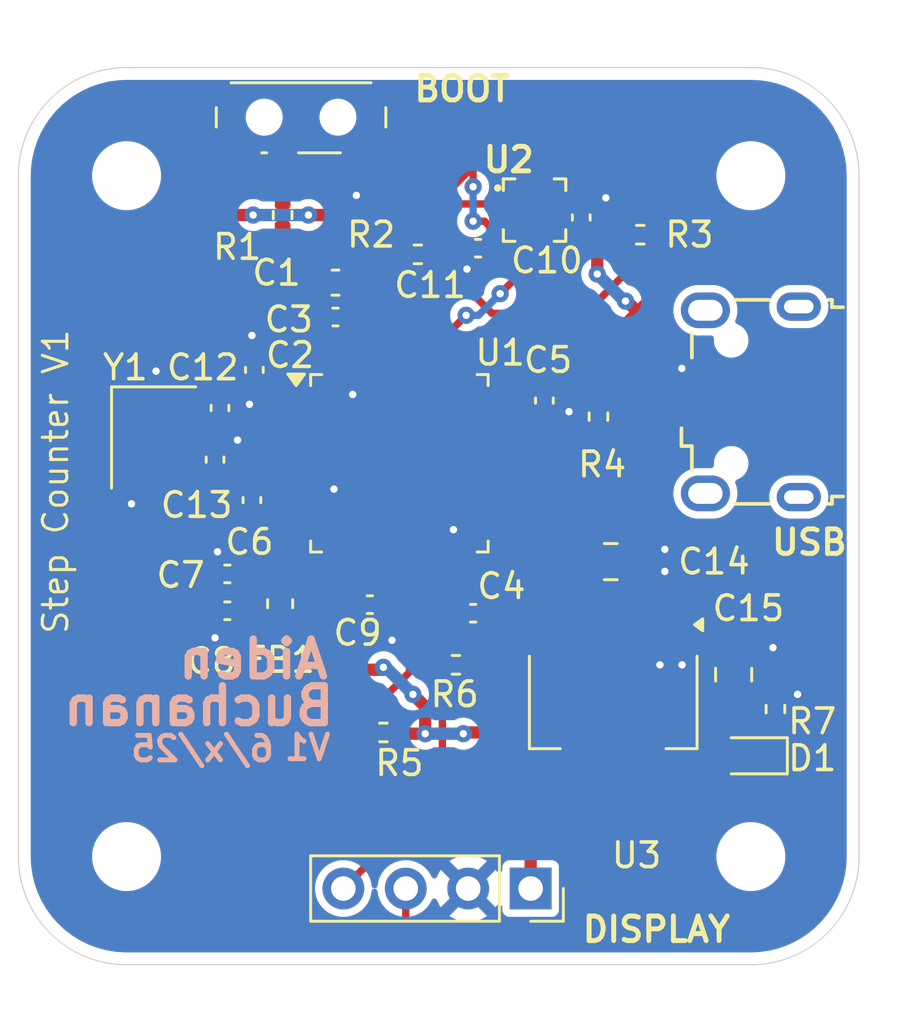
<source format=kicad_pcb>
(kicad_pcb (version 20241229) (generator "pcbnew") (generator_version "9.0")
  (layers (0 "F.Cu" signal) (2 "B.Cu" power) (13 "F.Paste" user) (15 "B.Paste" user) (5 "F.SilkS" user "F.Silkscreen") (7 "B.SilkS" user "B.Silkscreen") (1 "F.Mask" user) (3 "B.Mask" user) (25 "Edge.Cuts" user))
  (net 0 "")
  (net 1 "+3.3V")
  (net 2 "+3.3VA")
  (net 3 "GND")
  (net 4 "/NRST")
  (net 5 "/HSE_IN")
  (net 6 "/HSE_OUT")
  (net 7 "VBUS")
  (net 8 "Net-(D1-K)")
  (net 13 "/USB_D-")
  (net 14 "/USB_D+")
  (net 17 "Net-(U1-PB3)")
  (net 18 "/ SCL2")
  (net 19 "/ SDA2")
  (net 20 "/sw_boot0")
  (net 21 "/BOOT0")
  (net 22 "/ SDA1")
  (net 23 "/ SCL1")
  (footprint "BMA400:XDCR_BMA400" (layer "F.Cu") (at 65.7 53.9)
    (property "Reference" "U2" (at -1.05 -2.05 0) (layer "F.SilkS") (effects (font (thickness 0.2) (bold yes))))
    (property "Value" "BMA400")
    (pad "1" smd rect (at -0.775 -0.75) (size 0.35 0.3) (layers "F.Cu"))
    (pad "2" smd rect (at -0.775 -0.25) (size 0.35 0.3) (layers "F.Cu") (net 22 "/ SDA1"))
    (pad "3" smd rect (at -0.775 0.25) (size 0.35 0.3) (layers "F.Cu") (net 1 "+3.3V"))
    (pad "4" smd rect (at -0.775 0.75) (size 0.35 0.3) (layers "F.Cu"))
    (pad "5" smd rect (at -0.25 0.775) (size 0.3 0.35) (layers "F.Cu") (net 17 "Net-(U1-PB3)"))
    (pad "6" smd rect (at 0.25 0.775) (size 0.3 0.35) (layers "F.Cu"))
    (pad "7" smd rect (at 0.775 0.75) (size 0.35 0.3) (layers "F.Cu") (net 1 "+3.3V"))
    (pad "8" smd rect (at 0.775 0.25) (size 0.35 0.3) (layers "F.Cu") (net 3 "GND"))
    (pad "9" smd rect (at 0.775 -0.25) (size 0.35 0.3) (layers "F.Cu") (net 3 "GND"))
    (pad "10" smd rect (at 0.775 -0.75) (size 0.35 0.3) (layers "F.Cu"))
    (pad "11" smd rect (at 0.25 -0.775) (size 0.3 0.35) (layers "F.Cu"))
    (pad "12" smd rect (at -0.25 -0.775) (size 0.3 0.35) (layers "F.Cu") (net 23 "/ SCL1"))
    (zone (net 0) (net_name "") (layer "F.Cu") (connect_pads (clearance 0)) (min_thickness 0.01)
      (keepout (tracks not_allowed) (vias not_allowed) (pads not_allowed) (copperpour not_allowed) (footprints allowed))
      (fill (thermal_gap 0.508) (thermal_bridge_width 0.508))
      (polygon (pts (xy 66.175 53.425) (xy 66.175 54.375) (xy 65.225 54.375) (xy 65.225 53.425)))
    )
  )
  (footprint "Resistor_SMD:R_0402_1005Metric" (layer "F.Cu") (at 59.55 75.15 180)
    (property "Reference" "R5" (at -0.65 -1.25 0) (layer "F.SilkS"))
    (property "Value" "2k2")
    (pad "1" smd roundrect (at -0.51 0 180) (size 0.54 0.64) (layers "F.Cu" "F.Mask" "F.Paste") (net 1 "+3.3V"))
    (pad "2" smd roundrect (at 0.51 0 180) (size 0.54 0.64) (layers "F.Cu" "F.Mask" "F.Paste") (net 18 "/ SCL2"))
  )
  (footprint "Resistor_SMD:R_0402_1005Metric" (layer "F.Cu") (at 68.3 62.3 -90)
    (property "Reference" "R4" (at 1.95 -0.15 180) (layer "F.SilkS"))
    (property "Value" "2k2")
    (pad "1" smd roundrect (at -0.51 0 270) (size 0.54 0.64) (layers "F.Cu" "F.Mask" "F.Paste") (net 1 "+3.3V"))
    (pad "2" smd roundrect (at 0.51 0 270) (size 0.54 0.64) (layers "F.Cu" "F.Mask" "F.Paste") (net 14 "/USB_D+"))
  )
  (footprint "Capacitor_SMD:C_0402_1005Metric" (layer "F.Cu") (at 53.2 68.7 180)
    (property "Reference" "C7" (at 1.9 -0.05 180) (layer "F.SilkS"))
    (property "Value" "1u")
    (pad "1" smd roundrect (at -0.48 0 180) (size 0.56 0.62) (layers "F.Cu" "F.Mask" "F.Paste") (net 2 "+3.3VA"))
    (pad "2" smd roundrect (at 0.48 0 180) (size 0.56 0.62) (layers "F.Cu" "F.Mask" "F.Paste") (net 3 "GND"))
  )
  (footprint "Capacitor_SMD:C_0402_1005Metric" (layer "F.Cu") (at 54.3 60.4 90)
    (property "Reference" "C2" (at 0.6 1.45 180) (layer "F.SilkS"))
    (property "Value" "100n")
    (pad "1" smd roundrect (at -0.48 0 90) (size 0.56 0.62) (layers "F.Cu" "F.Mask" "F.Paste") (net 1 "+3.3V"))
    (pad "2" smd roundrect (at 0.48 0 90) (size 0.56 0.62) (layers "F.Cu" "F.Mask" "F.Paste") (net 3 "GND"))
  )
  (footprint "Capacitor_SMD:C_0603_1608Metric" (layer "F.Cu") (at 57.6 56.85)
    (property "Reference" "C1" (at -2.4 -0.4 0) (layer "F.SilkS"))
    (property "Value" "10u")
    (pad "1" smd roundrect (at -0.775 0) (size 0.9 0.95) (layers "F.Cu" "F.Mask" "F.Paste") (net 1 "+3.3V"))
    (pad "2" smd roundrect (at 0.775 0) (size 0.9 0.95) (layers "F.Cu" "F.Mask" "F.Paste") (net 3 "GND"))
  )
  (footprint "Capacitor_SMD:C_0402_1005Metric" (layer "F.Cu") (at 66.1 61.65 -90)
    (property "Reference" "C5" (at -1.65 -0.15 180) (layer "F.SilkS"))
    (property "Value" "100n")
    (pad "1" smd roundrect (at -0.48 0 270) (size 0.56 0.62) (layers "F.Cu" "F.Mask" "F.Paste") (net 1 "+3.3V"))
    (pad "2" smd roundrect (at 0.48 0 270) (size 0.56 0.62) (layers "F.Cu" "F.Mask" "F.Paste") (net 3 "GND"))
  )
  (footprint "Button_Switch_SMD:SW_SPDT_PCM12" (layer "F.Cu") (at 56.2 50.45 180)
    (property "Reference" "SW1" (hide yes))
    (property "Value" "SW_SPDT")
    (pad "" smd rect (at -3.65 -0.78 180) (size 1 0.8) (layers "F.Cu" "F.Mask" "F.Paste"))
    (pad "" smd rect (at -3.65 1.43 180) (size 1 0.8) (layers "F.Cu" "F.Mask" "F.Paste"))
    (pad "" np_thru_hole circle (at -1.5 0.33 180) (size 0.9 0.9) (drill 0.9) (layers "*.Cu" "*.Mask"))
    (pad "" np_thru_hole circle (at 1.5 0.33 180) (size 0.9 0.9) (drill 0.9) (layers "*.Cu" "*.Mask"))
    (pad "" smd rect (at 3.65 -0.78 180) (size 1 0.8) (layers "F.Cu" "F.Mask" "F.Paste"))
    (pad "" smd rect (at 3.65 1.43 180) (size 1 0.8) (layers "F.Cu" "F.Mask" "F.Paste"))
    (pad "1" smd rect (at -2.25 -1.43 180) (size 0.7 1.5) (layers "F.Cu" "F.Mask" "F.Paste") (net 3 "GND"))
    (pad "2" smd rect (at 0.75 -1.43 180) (size 0.7 1.5) (layers "F.Cu" "F.Mask" "F.Paste") (net 20 "/sw_boot0"))
    (pad "3" smd rect (at 2.25 -1.43 180) (size 0.7 1.5) (layers "F.Cu" "F.Mask" "F.Paste") (net 1 "+3.3V"))
  )
  (footprint "MountingHole:MountingHole_2.2mm_M2" (layer "F.Cu") (at 49.1 52.5)
    (property "Reference" "H1")
    (property "Value" "MountingHole")
    (pad "" np_thru_hole circle (at 0 0) (size 2.2 2.2) (drill 2.2) (layers "*.Cu" "*.Mask"))
  )
  (footprint "Capacitor_SMD:C_0402_1005Metric" (layer "F.Cu") (at 63.2 70.3 180)
    (property "Reference" "C4" (at -1.15 1.1 0) (layer "F.SilkS"))
    (property "Value" "100n")
    (pad "1" smd roundrect (at -0.48 0 180) (size 0.56 0.62) (layers "F.Cu" "F.Mask" "F.Paste") (net 1 "+3.3V"))
    (pad "2" smd roundrect (at 0.48 0 180) (size 0.56 0.62) (layers "F.Cu" "F.Mask" "F.Paste") (net 3 "GND"))
  )
  (footprint "Inductor_SMD:L_0603_1608Metric" (layer "F.Cu") (at 55.35 69.9125 90)
    (property "Reference" "FB1" (at -2.2875 0 180) (layer "F.SilkS"))
    (property "Value" "FerriteBead")
    (pad "1" smd roundrect (at -0.7875 0 90) (size 0.875 0.95) (layers "F.Cu" "F.Mask" "F.Paste") (net 1 "+3.3V"))
    (pad "2" smd roundrect (at 0.7875 0 90) (size 0.875 0.95) (layers "F.Cu" "F.Mask" "F.Paste") (net 2 "+3.3VA"))
  )
  (footprint "Capacitor_SMD:C_0402_1005Metric" (layer "F.Cu") (at 59 69.95)
    (property "Reference" "C9" (at -0.5 1.15 180) (layer "F.SilkS"))
    (property "Value" "100n")
    (pad "1" smd roundrect (at -0.48 0) (size 0.56 0.62) (layers "F.Cu" "F.Mask" "F.Paste") (net 4 "/NRST"))
    (pad "2" smd roundrect (at 0.48 0) (size 0.56 0.62) (layers "F.Cu" "F.Mask" "F.Paste") (net 3 "GND"))
  )
  (footprint "MountingHole:MountingHole_2.2mm_M2" (layer "F.Cu") (at 74.5 80.2)
    (property "Reference" "H4")
    (property "Value" "MountingHole")
    (pad "" np_thru_hole circle (at 0 0) (size 2.2 2.2) (drill 2.2) (layers "*.Cu" "*.Mask"))
  )
  (footprint "MountingHole:MountingHole_2.2mm_M2" (layer "F.Cu") (at 49.1 80.2)
    (property "Reference" "H3")
    (property "Value" "MountingHole")
    (pad "" np_thru_hole circle (at 0 0) (size 2.2 2.2) (drill 2.2) (layers "*.Cu" "*.Mask"))
  )
  (footprint "Capacitor_SMD:C_0805_2012Metric" (layer "F.Cu") (at 68.8 68.2)
    (property "Reference" "C14" (at 4.2 0 0) (layer "F.SilkS"))
    (property "Value" "22u")
    (pad "1" smd roundrect (at -0.95 0) (size 1 1.45) (layers "F.Cu" "F.Mask" "F.Paste") (net 7 "VBUS"))
    (pad "2" smd roundrect (at 0.95 0) (size 1 1.45) (layers "F.Cu" "F.Mask" "F.Paste") (net 3 "GND"))
  )
  (footprint "Package_TO_SOT_SMD:SOT-223-3_TabPin2" (layer "F.Cu") (at 68.9 73.9 -90)
    (property "Reference" "U3" (at 6.25 -0.95 180) (layer "F.SilkS"))
    (property "Value" "AMS1117-3.3")
    (pad "1" smd roundrect (at -3.15 -2.3 270) (size 2 1.5) (layers "F.Cu" "F.Mask" "F.Paste") (net 3 "GND"))
    (pad "2" smd roundrect (at -3.15 0 270) (size 2 1.5) (layers "F.Cu" "F.Mask" "F.Paste") (net 1 "+3.3V"))
    (pad "2" smd roundrect (at 3.15 0 270) (size 2 3.8) (layers "F.Cu" "F.Mask" "F.Paste") (net 1 "+3.3V"))
    (pad "3" smd roundrect (at -3.15 2.3 270) (size 2 1.5) (layers "F.Cu" "F.Mask" "F.Paste") (net 7 "VBUS"))
  )
  (footprint "Crystal:Crystal_SMD_3225-4Pin_3.2x2.5mm" (layer "F.Cu") (at 50.2 63.15 -90)
    (property "Reference" "Y1" (at -2.85 1.15 180) (layer "F.SilkS"))
    (property "Value" "16Mhz")
    (pad "1" smd roundrect (at -1.1 0.85 270) (size 1.4 1.2) (layers "F.Cu" "F.Mask" "F.Paste") (roundrect_rratio 0.208333) (net 5 "/HSE_IN"))
    (pad "2" smd roundrect (at 1.1 0.85 270) (size 1.4 1.2) (layers "F.Cu" "F.Mask" "F.Paste") (roundrect_rratio 0.208333) (net 3 "GND"))
    (pad "3" smd roundrect (at 1.1 -0.85 270) (size 1.4 1.2) (layers "F.Cu" "F.Mask" "F.Paste") (roundrect_rratio 0.208333) (net 6 "/HSE_OUT"))
    (pad "4" smd roundrect (at -1.1 -0.85 270) (size 1.4 1.2) (layers "F.Cu" "F.Mask" "F.Paste") (roundrect_rratio 0.208333) (net 3 "GND"))
  )
  (footprint "Capacitor_SMD:C_0805_2012Metric" (layer "F.Cu") (at 73.8 72.8 90)
    (property "Reference" "C15" (at 2.7 0.6 180) (layer "F.SilkS"))
    (property "Value" "22u")
    (pad "1" smd roundrect (at -0.95 0 90) (size 1 1.45) (layers "F.Cu" "F.Mask" "F.Paste") (net 1 "+3.3V"))
    (pad "2" smd roundrect (at 0.95 0 90) (size 1 1.45) (layers "F.Cu" "F.Mask" "F.Paste") (net 3 "GND"))
  )
  (footprint "MountingHole:MountingHole_2.2mm_M2" (layer "F.Cu") (at 74.5 52.5)
    (property "Reference" "H2")
    (property "Value" "MountingHole")
    (pad "" np_thru_hole circle (at 0 0) (size 2.2 2.2) (drill 2.2) (layers "*.Cu" "*.Mask"))
  )
  (footprint "Capacitor_SMD:C_0402_1005Metric" (layer "F.Cu") (at 63.4 55.45 180)
    (property "Reference" "C11" (at 1.95 -1.5 180) (layer "F.SilkS"))
    (property "Value" "100n")
    (pad "1" smd roundrect (at -0.48 0 180) (size 0.56 0.62) (layers "F.Cu" "F.Mask" "F.Paste") (net 1 "+3.3V"))
    (pad "2" smd roundrect (at 0.48 0 180) (size 0.56 0.62) (layers "F.Cu" "F.Mask" "F.Paste") (net 3 "GND"))
  )
  (footprint "Capacitor_SMD:C_0402_1005Metric" (layer "F.Cu") (at 53.2 70.2 180)
    (property "Reference" "C8" (at 0.65 -2.05 0) (layer "F.SilkS"))
    (property "Value" "10n")
    (pad "1" smd roundrect (at -0.48 0 180) (size 0.56 0.62) (layers "F.Cu" "F.Mask" "F.Paste") (net 1 "+3.3V"))
    (pad "2" smd roundrect (at 0.48 0 180) (size 0.56 0.62) (layers "F.Cu" "F.Mask" "F.Paste") (net 3 "GND"))
  )
  (footprint "Capacitor_SMD:C_0402_1005Metric" (layer "F.Cu") (at 67.6 54.2 90)
    (property "Reference" "C10" (at -1.75 -1.4 0) (layer "F.SilkS"))
    (property "Value" "100n")
    (pad "1" smd roundrect (at -0.48 0 90) (size 0.56 0.62) (layers "F.Cu" "F.Mask" "F.Paste") (net 1 "+3.3V"))
    (pad "2" smd roundrect (at 0.48 0 90) (size 0.56 0.62) (layers "F.Cu" "F.Mask" "F.Paste") (net 3 "GND"))
  )
  (footprint "Connector_USB:USB_Micro-B_Wuerth_629105150521" (layer "F.Cu") (at 74.5 61.7 90)
    (property "Reference" "J1")
    (property "Value" "USB_B_Micro")
    (pad "" np_thru_hole oval (at -2.5 -0.8 90) (size 0.8 0.8) (drill 0.8) (layers "*.Cu" "*.Mask"))
    (pad "" np_thru_hole oval (at 2.5 -0.8 90) (size 0.8 0.8) (drill 0.8) (layers "*.Cu" "*.Mask"))
    (pad "1" smd rect (at -1.3 -1.9 90) (size 0.45 1.3) (layers "F.Cu" "F.Mask" "F.Paste") (net 7 "VBUS"))
    (pad "2" smd rect (at -0.65 -1.9 90) (size 0.45 1.3) (layers "F.Cu" "F.Mask" "F.Paste") (net 13 "/USB_D-"))
    (pad "3" smd rect (at 0 -1.9 90) (size 0.45 1.3) (layers "F.Cu" "F.Mask" "F.Paste") (net 14 "/USB_D+"))
    (pad "4" smd rect (at 0.65 -1.9 90) (size 0.45 1.3) (layers "F.Cu" "F.Mask" "F.Paste"))
    (pad "5" smd rect (at 1.3 -1.9 90) (size 0.45 1.3) (layers "F.Cu" "F.Mask" "F.Paste") (net 3 "GND"))
    (pad "6" thru_hole oval (at -3.875 1.95 90) (size 1.15 1.8) (drill oval 0.55 1.2) (property pad_prop_heatsink) (layers "*.Cu" "*.Mask"))
    (pad "6" thru_hole oval (at -3.725 -1.85 90) (size 1.45 2) (drill oval 0.85 1.4) (property pad_prop_heatsink) (layers "*.Cu" "*.Mask"))
    (pad "6" thru_hole oval (at 3.725 -1.85 90) (size 1.45 2) (drill oval 0.85 1.4) (property pad_prop_heatsink) (layers "*.Cu" "*.Mask"))
    (pad "6" thru_hole oval (at 3.875 1.95 90) (size 1.15 1.8) (drill oval 0.55 1.2) (property pad_prop_heatsink) (layers "*.Cu" "*.Mask"))
  )
  (footprint "Resistor_SMD:R_0402_1005Metric" (layer "F.Cu") (at 70 54.9 180)
    (property "Reference" "R3" (at -2 0 0) (layer "F.SilkS"))
    (property "Value" "2k2")
    (pad "1" smd roundrect (at -0.51 0 180) (size 0.54 0.64) (layers "F.Cu" "F.Mask" "F.Paste") (net 1 "+3.3V"))
    (pad "2" smd roundrect (at 0.51 0 180) (size 0.54 0.64) (layers "F.Cu" "F.Mask" "F.Paste") (net 23 "/ SCL1"))
  )
  (footprint "Resistor_SMD:R_0402_1005Metric" (layer "F.Cu") (at 60.95 55.7)
    (property "Reference" "R2" (at -1.9 -0.8 0) (layer "F.SilkS"))
    (property "Value" "2k2")
    (pad "1" smd roundrect (at -0.51 0) (size 0.54 0.64) (layers "F.Cu" "F.Mask" "F.Paste") (net 1 "+3.3V"))
    (pad "2" smd roundrect (at 0.51 0) (size 0.54 0.64) (layers "F.Cu" "F.Mask" "F.Paste") (net 22 "/ SDA1"))
  )
  (footprint "Resistor_SMD:R_0402_1005Metric" (layer "F.Cu") (at 75.5 74.2 90)
    (property "Reference" "R7" (at -0.5 1.5 180) (layer "F.SilkS"))
    (property "Value" "2k2")
    (pad "1" smd roundrect (at -0.51 0 90) (size 0.54 0.64) (layers "F.Cu" "F.Mask" "F.Paste") (net 8 "Net-(D1-K)"))
    (pad "2" smd roundrect (at 0.51 0 90) (size 0.54 0.64) (layers "F.Cu" "F.Mask" "F.Paste") (net 3 "GND"))
  )
  (footprint "Capacitor_SMD:C_0402_1005Metric" (layer "F.Cu") (at 52.9 61.95 90)
    (property "Reference" "C12" (at 1.65 -0.7 180) (layer "F.SilkS"))
    (property "Value" "10p")
    (pad "1" smd roundrect (at -0.48 0 90) (size 0.56 0.62) (layers "F.Cu" "F.Mask" "F.Paste") (net 5 "/HSE_IN"))
    (pad "2" smd roundrect (at 0.48 0 90) (size 0.56 0.62) (layers "F.Cu" "F.Mask" "F.Paste") (net 3 "GND"))
  )
  (footprint "Connector_PinSocket_2.54mm:PinSocket_1x04_P2.54mm_Vertical" (layer "F.Cu") (at 65.54 81.5 -90)
    (property "Reference" "J3")
    (property "Value" "Display_Pin_IN")
    (pad "1" thru_hole rect (at 0 0 270) (size 1.7 1.7) (drill 1) (layers "*.Cu" "*.Mask") (net 1 "+3.3V"))
    (pad "2" thru_hole circle (at 0 2.54 270) (size 1.7 1.7) (drill 1) (layers "*.Cu" "*.Mask") (net 3 "GND"))
    (pad "3" thru_hole circle (at 0 5.08 270) (size 1.7 1.7) (drill 1) (layers "*.Cu" "*.Mask") (net 18 "/ SCL2"))
    (pad "4" thru_hole circle (at 0 7.62 270) (size 1.7 1.7) (drill 1) (layers "*.Cu" "*.Mask") (net 19 "/ SDA2"))
  )
  (footprint "Capacitor_SMD:C_0402_1005Metric" (layer "F.Cu") (at 57.6 58.25)
    (property "Reference" "C3" (at -1.9 0.1 0) (layer "F.SilkS"))
    (property "Value" "100n")
    (pad "1" smd roundrect (at -0.48 0) (size 0.56 0.62) (layers "F.Cu" "F.Mask" "F.Paste") (net 1 "+3.3V"))
    (pad "2" smd roundrect (at 0.48 0) (size 0.56 0.62) (layers "F.Cu" "F.Mask" "F.Paste") (net 3 "GND"))
  )
  (footprint "Resistor_SMD:R_0402_1005Metric" (layer "F.Cu") (at 55.45 54.1 -90)
    (property "Reference" "R1" (at 1.3 1.85 180) (layer "F.SilkS"))
    (property "Value" "10k")
    (pad "1" smd roundrect (at -0.51 0 270) (size 0.54 0.64) (layers "F.Cu" "F.Mask" "F.Paste") (net 20 "/sw_boot0"))
    (pad "2" smd roundrect (at 0.51 0 270) (size 0.54 0.64) (layers "F.Cu" "F.Mask" "F.Paste") (net 21 "/BOOT0"))
  )
  (footprint "LED_SMD:LED_0603_1608Metric" (layer "F.Cu") (at 74.5 76.1 180)
    (property "Reference" "D1" (at -2.5 -0.1 180) (layer "F.SilkS"))
    (property "Value" "LED")
    (pad "1" smd roundrect (at -0.7875 0 180) (size 0.875 0.95) (layers "F.Cu" "F.Mask" "F.Paste") (net 8 "Net-(D1-K)"))
    (pad "2" smd roundrect (at 0.7875 0 180) (size 0.875 0.95) (layers "F.Cu" "F.Mask" "F.Paste") (net 1 "+3.3V"))
  )
  (footprint "Capacitor_SMD:C_0402_1005Metric" (layer "F.Cu") (at 52.7 64.05 90)
    (property "Reference" "C13" (at -1.85 -0.75 180) (layer "F.SilkS"))
    (property "Value" "10p")
    (pad "1" smd roundrect (at -0.48 0 90) (size 0.56 0.62) (layers "F.Cu" "F.Mask" "F.Paste") (net 6 "/HSE_OUT"))
    (pad "2" smd roundrect (at 0.48 0 90) (size 0.56 0.62) (layers "F.Cu" "F.Mask" "F.Paste") (net 3 "GND"))
  )
  (footprint "Resistor_SMD:R_0402_1005Metric" (layer "F.Cu") (at 62.5 72.4 180)
    (property "Reference" "R6" (at 0.05 -1.2 180) (layer "F.SilkS"))
    (property "Value" "2k2")
    (pad "1" smd roundrect (at -0.51 0 180) (size 0.54 0.64) (layers "F.Cu" "F.Mask" "F.Paste") (net 1 "+3.3V"))
    (pad "2" smd roundrect (at 0.51 0 180) (size 0.54 0.64) (layers "F.Cu" "F.Mask" "F.Paste") (net 19 "/ SDA2"))
  )
  (footprint "Package_QFP:LQFP-48_7x7mm_P0.5mm" (layer "F.Cu") (at 60.2 64.2)
    (property "Reference" "U1" (at 4.1 -4.5 0) (layer "F.SilkS"))
    (property "Value" "STM32F103C8Tx")
    (pad "1" smd roundrect (at -4.1625 -2.75) (size 1.475 0.3) (layers "F.Cu" "F.Mask" "F.Paste") (net 1 "+3.3V"))
    (pad "2" smd roundrect (at -4.1625 -2.25) (size 1.475 0.3) (layers "F.Cu" "F.Mask" "F.Paste"))
    (pad "3" smd roundrect (at -4.1625 -1.75) (size 1.475 0.3) (layers "F.Cu" "F.Mask" "F.Paste"))
    (pad "4" smd roundrect (at -4.1625 -1.25) (size 1.475 0.3) (layers "F.Cu" "F.Mask" "F.Paste"))
    (pad "5" smd roundrect (at -4.1625 -0.75) (size 1.475 0.3) (layers "F.Cu" "F.Mask" "F.Paste") (net 5 "/HSE_IN"))
    (pad "6" smd roundrect (at -4.1625 -0.25) (size 1.475 0.3) (layers "F.Cu" "F.Mask" "F.Paste") (net 6 "/HSE_OUT"))
    (pad "7" smd roundrect (at -4.1625 0.25) (size 1.475 0.3) (layers "F.Cu" "F.Mask" "F.Paste") (net 4 "/NRST"))
    (pad "8" smd roundrect (at -4.1625 0.75) (size 1.475 0.3) (layers "F.Cu" "F.Mask" "F.Paste") (net 3 "GND"))
    (pad "9" smd roundrect (at -4.1625 1.25) (size 1.475 0.3) (layers "F.Cu" "F.Mask" "F.Paste") (net 2 "+3.3VA"))
    (pad "10" smd roundrect (at -4.1625 1.75) (size 1.475 0.3) (layers "F.Cu" "F.Mask" "F.Paste"))
    (pad "11" smd roundrect (at -4.1625 2.25) (size 1.475 0.3) (layers "F.Cu" "F.Mask" "F.Paste"))
    (pad "12" smd roundrect (at -4.1625 2.75) (size 1.475 0.3) (layers "F.Cu" "F.Mask" "F.Paste"))
    (pad "13" smd roundrect (at -2.75 4.1625) (size 0.3 1.475) (layers "F.Cu" "F.Mask" "F.Paste"))
    (pad "14" smd roundrect (at -2.25 4.1625) (size 0.3 1.475) (layers "F.Cu" "F.Mask" "F.Paste"))
    (pad "15" smd roundrect (at -1.75 4.1625) (size 0.3 1.475) (layers "F.Cu" "F.Mask" "F.Paste"))
    (pad "16" smd roundrect (at -1.25 4.1625) (size 0.3 1.475) (layers "F.Cu" "F.Mask" "F.Paste"))
    (pad "17" smd roundrect (at -0.75 4.1625) (size 0.3 1.475) (layers "F.Cu" "F.Mask" "F.Paste"))
    (pad "18" smd roundrect (at -0.25 4.1625) (size 0.3 1.475) (layers "F.Cu" "F.Mask" "F.Paste"))
    (pad "19" smd roundrect (at 0.25 4.1625) (size 0.3 1.475) (layers "F.Cu" "F.Mask" "F.Paste"))
    (pad "20" smd roundrect (at 0.75 4.1625) (size 0.3 1.475) (layers "F.Cu" "F.Mask" "F.Paste"))
    (pad "21" smd roundrect (at 1.25 4.1625) (size 0.3 1.475) (layers "F.Cu" "F.Mask" "F.Paste") (net 18 "/ SCL2"))
    (pad "22" smd roundrect (at 1.75 4.1625) (size 0.3 1.475) (layers "F.Cu" "F.Mask" "F.Paste") (net 19 "/ SDA2"))
    (pad "23" smd roundrect (at 2.25 4.1625) (size 0.3 1.475) (layers "F.Cu" "F.Mask" "F.Paste") (net 3 "GND"))
    (pad "24" smd roundrect (at 2.75 4.1625) (size 0.3 1.475) (layers "F.Cu" "F.Mask" "F.Paste") (net 1 "+3.3V"))
    (pad "25" smd roundrect (at 4.1625 2.75) (size 1.475 0.3) (layers "F.Cu" "F.Mask" "F.Paste"))
    (pad "26" smd roundrect (at 4.1625 2.25) (size 1.475 0.3) (layers "F.Cu" "F.Mask" "F.Paste"))
    (pad "27" smd roundrect (at 4.1625 1.75) (size 1.475 0.3) (layers "F.Cu" "F.Mask" "F.Paste"))
    (pad "28" smd roundrect (at 4.1625 1.25) (size 1.475 0.3) (layers "F.Cu" "F.Mask" "F.Paste"))
    (pad "29" smd roundrect (at 4.1625 0.75) (size 1.475 0.3) (layers "F.Cu" "F.Mask" "F.Paste"))
    (pad "30" smd roundrect (at 4.1625 0.25) (size 1.475 0.3) (layers "F.Cu" "F.Mask" "F.Paste"))
    (pad "31" smd roundrect (at 4.1625 -0.25) (size 1.475 0.3) (layers "F.Cu" "F.Mask" "F.Paste"))
    (pad "32" smd roundrect (at 4.1625 -0.75) (size 1.475 0.3) (layers "F.Cu" "F.Mask" "F.Paste") (net 13 "/USB_D-"))
    (pad "33" smd roundrect (at 4.1625 -1.25) (size 1.475 0.3) (layers "F.Cu" "F.Mask" "F.Paste") (net 14 "/USB_D+"))
    (pad "34" smd roundrect (at 4.1625 -1.75) (size 1.475 0.3) (layers "F.Cu" "F.Mask" "F.Paste"))
    (pad "35" smd roundrect (at 4.1625 -2.25) (size 1.475 0.3) (layers "F.Cu" "F.Mask" "F.Paste") (net 3 "GND"))
    (pad "36" smd roundrect (at 4.1625 -2.75) (size 1.475 0.3) (layers "F.Cu" "F.Mask" "F.Paste") (net 1 "+3.3V"))
    (pad "37" smd roundrect (at 2.75 -4.1625) (size 0.3 1.475) (layers "F.Cu" "F.Mask" "F.Paste"))
    (pad "38" smd roundrect (at 2.25 -4.1625) (size 0.3 1.475) (layers "F.Cu" "F.Mask" "F.Paste"))
    (pad "39" smd roundrect (at 1.75 -4.1625) (size 0.3 1.475) (layers "F.Cu" "F.Mask" "F.Paste") (net 17 "Net-(U1-PB3)"))
    (pad "40" smd roundrect (at 1.25 -4.1625) (size 0.3 1.475) (layers "F.Cu" "F.Mask" "F.Paste"))
    (pad "41" smd roundrect (at 0.75 -4.1625) (size 0.3 1.475) (layers "F.Cu" "F.Mask" "F.Paste"))
    (pad "42" smd roundrect (at 0.25 -4.1625) (size 0.3 1.475) (layers "F.Cu" "F.Mask" "F.Paste") (net 23 "/ SCL1"))
    (pad "43" smd roundrect (at -0.25 -4.1625) (size 0.3 1.475) (layers "F.Cu" "F.Mask" "F.Paste") (net 22 "/ SDA1"))
    (pad "44" smd roundrect (at -0.75 -4.1625) (size 0.3 1.475) (layers "F.Cu" "F.Mask" "F.Paste") (net 21 "/BOOT0"))
    (pad "45" smd roundrect (at -1.25 -4.1625) (size 0.3 1.475) (layers "F.Cu" "F.Mask" "F.Paste"))
    (pad "46" smd roundrect (at -1.75 -4.1625) (size 0.3 1.475) (layers "F.Cu" "F.Mask" "F.Paste"))
    (pad "47" smd roundrect (at -2.25 -4.1625) (size 0.3 1.475) (layers "F.Cu" "F.Mask" "F.Paste") (net 3 "GND"))
    (pad "48" smd roundrect (at -2.75 -4.1625) (size 0.3 1.475) (layers "F.Cu" "F.Mask" "F.Paste") (net 1 "+3.3V"))
  )
  (footprint "Capacitor_SMD:C_0402_1005Metric" (layer "F.Cu") (at 54.2 65.7 90)
    (property "Reference" "C6" (at -1.7 -0.1 180) (layer "F.SilkS"))
    (property "Value" "10n")
    (pad "1" smd roundrect (at -0.48 0 90) (size 0.56 0.62) (layers "F.Cu" "F.Mask" "F.Paste") (net 2 "+3.3VA"))
    (pad "2" smd roundrect (at 0.48 0 90) (size 0.56 0.62) (layers "F.Cu" "F.Mask" "F.Paste") (net 3 "GND"))
  )
  (gr_arc (start 74.5 48.1) (mid 77.61127 49.38873) (end 78.9 52.5) (stroke (width 0.05)) (layer "Edge.Cuts"))
  (gr_line (start 74.5 48.1) (end 49.2 48.1) (stroke (width 0.05)) (layer "Edge.Cuts"))
  (gr_line (start 78.9 65.7) (end 78.9 80.2) (stroke (width 0.05)) (layer "Edge.Cuts"))
  (gr_line (start 78.9 65.7) (end 78.9 52.5) (stroke (width 0.05)) (layer "Edge.Cuts"))
  (gr_line (start 49.2 48.1) (end 49.1 48.1) (stroke (width 0.05)) (layer "Edge.Cuts"))
  (gr_arc (start 49 84.6) (mid 45.95277 83.276515) (end 44.698864 80.2) (stroke (width 0.05)) (layer "Edge.Cuts"))
  (gr_arc (start 78.9 80.2) (mid 77.61127 83.31127) (end 74.5 84.6) (stroke (width 0.05)) (layer "Edge.Cuts"))
  (gr_line (start 44.7 80.2) (end 44.7 52.5) (stroke (width 0.05)) (layer "Edge.Cuts"))
  (gr_arc (start 44.7 52.5) (mid 45.98873 49.38873) (end 49.1 48.1) (stroke (width 0.05)) (layer "Edge.Cuts"))
  (gr_line (start 74.5 84.6) (end 49 84.6) (stroke (width 0.05)) (layer "Edge.Cuts"))
  (gr_text "USB" (at 75.25 68 0) (layer "F.SilkS") (effects (font (size 1 1) (thickness 0.2) (bold yes)) (justify left bottom)))
  (gr_text "Step Counter V1" (at 46.8 64.95 90) (layer "F.SilkS") (effects (font (size 1 1) (thickness 0.125) (bold yes)) (justify bottom)))
  (gr_text "DISPLAY" (at 67.55 83.75 0) (layer "F.SilkS") (effects (font (size 1 1) (thickness 0.2) (bold yes)) (justify left bottom)))
  (gr_text "BOOT" (at 60.7 49.55 0) (layer "F.SilkS") (effects (font (size 1 1) (thickness 0.2) (bold yes)) (justify left bottom)))
  (gr_text "Buchanan" (at 57.7 74.95 0) (layer "B.SilkS") (effects (font (size 1.5 1.5) (thickness 0.3) (bold yes)) (justify left bottom mirror)))
  (gr_text "Aiden" (at 57.45 73.05 0) (layer "B.SilkS") (effects (font (size 1.5 1.5) (thickness 0.3) (bold yes)) (justify left bottom mirror)))
  (gr_text "6/x/25" (at 55.2 76.4 0) (layer "B.SilkS") (effects (font (size 1 1) (thickness 0.2) (bold yes)) (justify left bottom mirror)))
  (gr_text "V1" (at 57.5 76.35 0) (layer "B.SilkS") (effects (font (size 1 1) (thickness 0.2) (bold yes)) (justify left bottom mirror)))
  (segment (start 55.15 61.45) (end 54.58 60.88) (width 0.3) (layer "F.Cu") (net 1))
  (segment (start 73.7125 76.1) (end 73.7125 76.2875) (width 0.5) (layer "F.Cu") (net 1))
  (segment (start 62.85 75.15) (end 62.8 75.2) (width 0.5) (layer "F.Cu") (net 1))
  (segment (start 60.75 73.6) (end 61.25 74.1) (width 0.5) (layer "F.Cu") (net 1))
  (segment (start 69.15 51.2) (end 63.99 51.2) (width 0.5) (layer "F.Cu") (net 1))
  (segment (start 54.3 60.88) (end 53.93 60.88) (width 0.3) (layer "F.Cu") (net 1))
  (segment (start 56.8 57.93) (end 57.12 58.25) (width 0.5) (layer "F.Cu") (net 1))
  (segment (start 63.88 54.57) (end 63.66 54.35) (width 0.3) (layer "F.Cu") (net 1))
  (segment (start 64 73.4) (end 64 75.15) (width 0.5) (layer "F.Cu") (net 1))
  (segment (start 68.25 55.33) (end 67.6 54.68) (width 0.5) (layer "F.Cu") (net 1))
  (segment (start 63.99 51.2) (end 63.07 52.12) (width 0.5) (layer "F.Cu") (net 1))
  (segment (start 63.68 70.03) (end 63.68 70.3) (width 0.3) (layer "F.Cu") (net 1))
  (segment (start 70.51 52.56) (end 69.15 51.2) (width 0.5) (layer "F.Cu") (net 1))
  (segment (start 52.65 54.1) (end 54.25 54.1) (width 0.5) (layer "F.Cu") (net 1))
  (segment (start 57.85 72.6) (end 57.35 72.1) (width 0.5) (layer "F.Cu") (net 1))
  (segment (start 57.1 58.95) (end 57.1 58.27) (width 0.3) (layer "F.Cu") (net 1))
  (segment (start 64 71.7) (end 64 73.4) (width 0.5) (layer "F.Cu") (net 1))
  (segment (start 68.91 61.79) (end 69.25 61.45) (width 0.5) (layer "F.Cu") (net 1))
  (segment (start 69.25 58.7) (end 69.9 58.05) (width 0.5) (layer "F.Cu") (net 1))
  (segment (start 68.25 56.5) (end 68.25 55.33) (width 0.5) (layer "F.Cu") (net 1))
  (segment (start 47.65 59.1) (end 47.65 71.6) (width 0.5) (layer "F.Cu") (net 1))
  (segment (start 63.2 52.25) (end 63.07 52.12) (width 0.3) (layer "F.Cu") (net 1))
  (segment (start 52.575 54.175) (end 52.65 54.1) (width 0.5) (layer "F.Cu") (net 1))
  (segment (start 65.54 79.11) (end 65.55 79.1) (width 0.5) (layer "F.Cu") (net 1))
  (segment (start 61.25 75.2) (end 60.11 75.2) (width 0.5) (layer "F.Cu") (net 1))
  (segment (start 56.5 54.1) (end 61.09 54.1) (width 0.5) (layer "F.Cu") (net 1))
  (segment (start 63.88 54.57) (end 63.88 55.3) (width 0.3) (layer "F.Cu") (net 1))
  (segment (start 65.68 61.17) (end 66.1 61.17) (width 0.3) (layer "F.Cu") (net 1))
  (segment (start 61.25 74.1) (end 61.25 75.2) (width 0.5) (layer "F.Cu") (net 1))
  (segment (start 47.65 71.6) (end 49.5 73.45) (width 0.5) (layer "F.Cu") (net 1))
  (segment (start 64 75.15) (end 64 78.8) (width 0.5) (layer "F.Cu") (net 1))
  (segment (start 69.25 58.7) (end 66.78 61.17) (width 0.5) (layer "F.Cu") (net 1))
  (segment (start 66.78 61.17) (end 66.1 61.17) (width 0.5) (layer "F.Cu") (net 1))
  (segment (start 52.575 54.175) (end 51.55 55.2) (width 0.5) (layer "F.Cu") (net 1))
  (segment (start 49.9 56.85) (end 47.65 59.1) (width 0.5) (layer "F.Cu") (net 1))
  (segment (start 68.3 61.79) (end 68.91 61.79) (width 0.5) (layer "F.Cu") (net 1))
  (segment (start 56.825 56.85) (end 56.8 56.85) (width 0.5) (layer "F.Cu") (net 1))
  (segment (start 63.2 52.949) (end 63.2 52.25) (width 0.3) (layer "F.Cu") (net 1))
  (segment (start 64 78.8) (end 64.3 79.1) (width 0.5) (layer "F.Cu") (net 1))
  (segment (start 53.93 60.88) (end 49.9 56.85) (width 0.3) (layer "F.Cu") (net 1))
  (segment (start 59.45 72.6) (end 57.85 72.6) (width 0.5) (layer "F.Cu") (net 1))
  (segment (start 61.145 54.045) (end 60.44 54.75) (width 0.5) (layer "F.Cu") (net 1))
  (segment (start 53.95 52.8) (end 52.575 54.175) (width 0.5) (layer "F.Cu") (net 1))
  (segment (start 54.18 70.7) (end 53.68 70.2) (width 0.5) (layer "F.Cu") (net 1))
  (segment (start 63.07 52.12) (end 61.145 54.045) (width 0.5) (layer "F.Cu") (net 1))
  (segment (start 70.51 57.44) (end 70.51 54.9) (width 0.5) (layer "F.Cu") (net 1))
  (segment (start 51.55 55.2) (end 49.9 56.85) (width 0.5) (layer "F.Cu") (net 1))
  (segment (start 57.45 59.3) (end 57.1 58.95) (width 0.3) (layer "F.Cu") (net 1))
  (segment (start 69.9 58.05) (end 69.45 57.6) (width 0.5) (layer "F.Cu") (net 1))
  (segment (start 73.8 73.75) (end 73.8 76.0125) (width 0.5) (layer "F.Cu") (net 1))
  (segment (start 65.4 61.45) (end 65.68 61.17) (width 0.3) (layer "F.Cu") (net 1))
  (segment (start 73.7125 76.2875) (end 70.9 79.1) (width 0.5) (layer "F.Cu") (net 1))
  (segment (start 57.1 58.27) (end 57.12 58.25) (width 0.3) (layer "F.Cu") (net 1))
  (segment (start 57.85 72.95) (end 57.85 72.6) (width 0.5) (layer "F.Cu") (net 1))
  (segment (start 73.8 76.0125) (end 73.7125 76.1) (width 0.5) (layer "F.Cu") (net 1))
  (segment (start 54.58 60.88) (end 54.3 60.88) (width 0.3) (layer "F.Cu") (net 1))
  (segment (start 66.475 54.65) (end 67.57 54.65) (width 0.3) (layer "F.Cu") (net 1))
  (segment (start 62.95 69.3) (end 63.68 70.03) (width 0.3) (layer "F.Cu") (net 1))
  (segment (start 63.68 70.3) (end 63.68 71.38) (width 0.5) (layer "F.Cu") (net 1))
  (segment (start 56.05 61.45) (end 55.15 61.45) (width 0.3) (layer "F.Cu") (net 1))
  (segment (start 49.5 73.45) (end 57.35 73.45) (width 0.5) (layer "F.Cu") (net 1))
  (segment (start 63.68 71.38) (end 64 71.7) (width 0.5) (layer "F.Cu") (net 1))
  (segment (start 63.66 54.35) (end 63.2 54.35) (width 0.3) (layer "F.Cu") (net 1))
  (segment (start 56.825 56.85) (end 53.2 56.85) (width 0.5) (layer "F.Cu") (net 1))
  (segment (start 64 73.39) (end 63.01 72.4) (width 0.5) (layer "F.Cu") (net 1))
  (segment (start 70.9 79.1) (end 65.55 79.1) (width 0.5) (layer "F.Cu") (net 1))
  (segment (start 53.95 51.78) (end 53.95 52.8) (width 0.5) (layer "F.Cu") (net 1))
  (segment (start 60.44 54.75) (end 60.44 55.7) (width 0.5) (layer "F.Cu") (net 1))
  (segment (start 57.35 71.5) (end 56.55 70.7) (width 0.5) (layer "F.Cu") (net 1))
  (segment (start 56.55 70.7) (end 54.18 70.7) (width 0.5) (layer "F.Cu") (net 1))
  (segment (start 67.57 54.65) (end 67.6 54.68) (width 0.3) (layer "F.Cu") (net 1))
  (segment (start 62.95 68.3625) (end 62.95 69.3) (width 0.3) (layer "F.Cu") (net 1))
  (segment (start 57.35 72.1) (end 57.35 71.5) (width 0.5) (layer "F.Cu") (net 1))
  (segment (start 64.925 54.15) (end 64.3 54.15) (width 0.3) (layer "F.Cu") (net 1))
  (segment (start 57.45 60.0375) (end 57.45 59.3) (width 0.3) (layer "F.Cu") (net 1))
  (segment (start 65.54 81.5) (end 65.54 79.11) (width 0.5) (layer "F.Cu") (net 1))
  (segment (start 56.8 56.85) (end 56.8 57.93) (width 0.5) (layer "F.Cu") (net 1))
  (segment (start 64.3 79.1) (end 65.55 79.1) (width 0.5) (layer "F.Cu") (net 1))
  (segment (start 64 73.4) (end 64 73.39) (width 0.5) (layer "F.Cu") (net 1))
  (segment (start 64 75.15) (end 62.85 75.15) (width 0.5) (layer "F.Cu") (net 1))
  (segment (start 69.25 61.45) (end 69.25 58.7) (width 0.5) (layer "F.Cu") (net 1))
  (segment (start 70.51 54.9) (end 70.51 52.56) (width 0.5) (layer "F.Cu") (net 1))
  (segment (start 60.11 75.2) (end 60.06 75.15) (width 0.5) (layer "F.Cu") (net 1))
  (segment (start 59.55 72.5) (end 59.45 72.6) (width 0.5) (layer "F.Cu") (net 1))
  (segment (start 64.3 54.15) (end 63.88 54.57) (width 0.3) (layer "F.Cu") (net 1))
  (segment (start 53.2 56.85) (end 51.55 55.2) (width 0.5) (layer "F.Cu") (net 1))
  (segment (start 64.3625 61.45) (end 65.4 61.45) (width 0.3) (layer "F.Cu") (net 1))
  (segment (start 57.35 73.45) (end 57.85 72.95) (width 0.5) (layer "F.Cu") (net 1))
  (segment (start 61.09 54.1) (end 61.145 54.045) (width 0.5) (layer "F.Cu") (net 1))
  (segment (start 69.45 57.6) (end 69.4 57.6) (width 0.5) (layer "F.Cu") (net 1))
  (segment (start 69.9 58.05) (end 70.51 57.44) (width 0.5) (layer "F.Cu") (net 1))
  (via (at 54.25 54.1) (size 0.7) (drill 0.3) (layers "F.Cu" "B.Cu") (net 1))
  (via (at 63.2 54.35) (size 0.7) (drill 0.3) (layers "F.Cu" "B.Cu") (net 1))
  (via (at 68.25 56.5) (size 0.7) (drill 0.3) (layers "F.Cu" "B.Cu") (net 1))
  (via (at 61.25 75.2) (size 0.7) (drill 0.3) (layers "F.Cu" "B.Cu") (net 1))
  (via (at 69.4 57.6) (size 0.7) (drill 0.3) (layers "F.Cu" "B.Cu") (net 1))
  (via (at 59.55 72.5) (size 0.7) (drill 0.3) (layers "F.Cu" "B.Cu") (net 1))
  (via (at 56.5 54.1) (size 0.7) (drill 0.3) (layers "F.Cu" "B.Cu") (net 1))
  (via (at 60.75 73.6) (size 0.7) (drill 0.3) (layers "F.Cu" "B.Cu") (net 1))
  (via (at 62.8 75.2) (size 0.7) (drill 0.3) (layers "F.Cu" "B.Cu") (net 1))
  (via (at 63.2 52.949) (size 0.7) (drill 0.3) (layers "F.Cu" "B.Cu") (net 1))
  (segment (start 59.65 72.5) (end 60.75 73.6) (width 0.5) (layer "B.Cu") (net 1))
  (segment (start 54.25 54.1) (end 56.5 54.1) (width 0.5) (layer "B.Cu") (net 1))
  (segment (start 59.55 72.5) (end 59.65 72.5) (width 0.5) (layer "B.Cu") (net 1))
  (segment (start 69.4 57.6) (end 69.35 57.6) (width 0.5) (layer "B.Cu") (net 1))
  (segment (start 62.8 75.2) (end 61.25 75.2) (width 0.5) (layer "B.Cu") (net 1))
  (segment (start 63.2 54.35) (end 63.2 52.949) (width 0.3) (layer "B.Cu") (net 1))
  (segment (start 69.35 57.6) (end 68.25 56.5) (width 0.5) (layer "B.Cu") (net 1))
  (segment (start 54.37 66.18) (end 54.2 66.18) (width 0.3) (layer "F.Cu") (net 2))
  (segment (start 53.68 66.7) (end 54.2 66.18) (width 0.5) (layer "F.Cu") (net 2))
  (segment (start 55.7 69.125) (end 54.105 69.125) (width 0.5) (layer "F.Cu") (net 2))
  (segment (start 55.1 65.45) (end 54.37 66.18) (width 0.3) (layer "F.Cu") (net 2))
  (segment (start 53.68 68.7) (end 53.68 66.7) (width 0.5) (layer "F.Cu") (net 2))
  (segment (start 56.0375 65.45) (end 55.1 65.45) (width 0.3) (layer "F.Cu") (net 2))
  (segment (start 54.105 69.125) (end 53.68 68.7) (width 0.5) (layer "F.Cu") (net 2))
  (segment (start 64.3625 61.95) (end 65.3 61.95) (width 0.3) (layer "F.Cu") (net 3))
  (segment (start 53.014846 63.255154) (end 53.615205 63.255154) (width 0.5) (layer "F.Cu") (net 3))
  (segment (start 51.05 62.05) (end 51.05 61.2) (width 0.5) (layer "F.Cu") (net 3))
  (segment (start 51.05 61.2) (end 50.3 60.45) (width 0.5) (layer "F.Cu") (net 3))
  (segment (start 68.28 53.72) (end 68.6 53.4) (width 0.3) (layer "F.Cu") (net 3))
  (segment (start 58.375 57.955) (end 58.08 58.25) (width 0.5) (layer "F.Cu") (net 3))
  (segment (start 72.6 60.4) (end 71.751472 60.4) (width 0.3) (layer "F.Cu") (net 3))
  (segment (start 62.92 56.27) (end 62.95 56.3) (width 0.5) (layer "F.Cu") (net 3))
  (segment (start 62.45 68.3625) (end 62.45 66.95) (width 0.3) (layer "F.Cu") (net 3))
  (segment (start 53.539999 61.8) (end 54.1 61.8) (width 0.5) (layer "F.Cu") (net 3))
  (segment (start 62.45 68.3625) (end 62.45 70.03) (width 0.3) (layer "F.Cu") (net 3))
  (segment (start 52.72 71.28) (end 52.7 71.3) (width 0.5) (layer "F.Cu") (net 3))
  (segment (start 52.72 67.88) (end 52.8 67.8) (width 0.5) (layer "F.Cu") (net 3))
  (segment (start 62.45 70.03) (end 62.72 70.3) (width 0.3) (layer "F.Cu") (net 3))
  (segment (start 59.48 69.95) (end 59.48 70.32) (width 0.3) (layer "F.Cu") (net 3))
  (segment (start 49.35 64.25) (end 49.35 65.8) (width 0.5) (layer "F.Cu") (net 3))
  (segment (start 54.3 59.1) (end 54.2 59) (width 0.5) (layer "F.Cu") (net 3))
  (segment (start 59.9 70.74) (end 59.9 71.4) (width 0.3) (layer "F.Cu") (net 3))
  (segment (start 66.1 62.13) (end 67.07 62.13) (width 0.3) (layer "F.Cu") (net 3))
  (segment (start 66.475 53.65) (end 67.1 53.65) (width 0.3) (layer "F.Cu") (net 3))
  (segment (start 57.95 60.0375) (end 57.95 61.05) (width 0.3) (layer "F.Cu") (net 3))
  (segment (start 57.95 59.1) (end 58.08 58.97) (width 0.3) (layer "F.Cu") (net 3))
  (segment (start 54.3 59.92) (end 54.3 59.1) (width 0.5) (layer "F.Cu") (net 3))
  (segment (start 67.1 53.65) (end 67.53 53.65) (width 0.3) (layer "F.Cu") (net 3))
  (segment (start 52.9 61.47) (end 53.209999 61.47) (width 0.5) (layer "F.Cu") (net 3))
  (segment (start 54.38 65.22) (end 54.2 65.22) (width 0.3) (layer "F.Cu") (net 3))
  (segment (start 65.3 61.95) (end 65.48 62.13) (width 0.3) (layer "F.Cu") (net 3))
  (segment (start 62.92 55.3) (end 62.92 56.27) (width 0.5) (layer "F.Cu") (net 3))
  (segment (start 52.72 68.7) (end 52.72 67.88) (width 0.5) (layer "F.Cu") (net 3))
  (segment (start 52.72 70.2) (end 52.72 71.28) (width 0.5) (layer "F.Cu") (net 3))
  (segment (start 57.238139 64.95) (end 57.538139 65.25) (width 0.3) (layer "F.Cu") (net 3))
  (segment (start 53.209999 61.47) (end 53.539999 61.8) (width 0.5) (layer "F.Cu") (net 3))
  (segment (start 76.31 73.69) (end 76.4 73.6) (width 0.5) (layer "F.Cu") (net 3))
  (segment (start 67.6 53.72) (end 68.28 53.72) (width 0.3) (layer "F.Cu") (net 3))
  (segment (start 52.7 63.57) (end 53.014846 63.255154) (width 0.5) (layer "F.Cu") (net 3))
  (segment (start 58.08 58.97) (end 58.08 58.25) (width 0.3) (layer "F.Cu") (net 3))
  (segment (start 62.45 66.95) (end 62.4 66.9) (width 0.3) (layer "F.Cu") (net 3))
  (segment (start 66.6 54.15) (end 67.1 53.65) (width 0.3) (layer "F.Cu") (net 3))
  (segment (start 58.45 51.78) (end 58.45 53.3) (width 0.5) (layer "F.Cu") (net 3))
  (segment (start 66.475 54.15) (end 66.6 54.15) (width 0.3) (layer "F.Cu") (net 3))
  (segment (start 75.5 73.69) (end 76.31 73.69) (width 0.5) (layer "F.Cu") (net 3))
  (segment (start 57.95 60.0375) (end 57.95 59.1) (width 0.3) (layer "F.Cu") (net 3))
  (segment (start 56.0375 64.95) (end 54.65 64.95) (width 0.3) (layer "F.Cu") (net 3))
  (segment (start 57.95 61.05) (end 58.3 61.4) (width 0.3) (layer "F.Cu") (net 3))
  (segment (start 71.751472 60.4) (end 71.691176 60.339704) (width 0.3) (layer "F.Cu") (net 3))
  (segment (start 54.65 64.95) (end 54.38 65.22) (width 0.3) (layer "F.Cu") (net 3))
  (segment (start 58.375 56.85) (end 58.375 57.955) (width 0.5) (layer "F.Cu") (net 3))
  (segment (start 56.0375 64.95) (end 57.238139 64.95) (width 0.3) (layer "F.Cu") (net 3))
  (segment (start 67.53 53.65) (end 67.6 53.72) (width 0.3) (layer "F.Cu") (net 3))
  (segment (start 49.35 65.8) (end 49.3 65.85) (width 0.5) (layer "F.Cu") (net 3))
  (segment (start 67.07 62.13) (end 67.1 62.1) (width 0.3) (layer "F.Cu") (net 3))
  (segment (start 59.48 70.32) (end 59.9 70.74) (width 0.3) (layer "F.Cu") (net 3))
  (segment (start 65.48 62.13) (end 66.1 62.13) (width 0.3) (layer "F.Cu") (net 3))
  (segment (start 66.475 53.65) (end 67.53 53.65) (width 0.3) (layer "F.Cu") (net 3))
  (via (at 54.2 59) (size 0.7) (drill 0.3) (layers "F.Cu" "B.Cu") (net 3))
  (via (at 52.8 67.8) (size 0.7) (drill 0.3) (layers "F.Cu" "B.Cu") (net 3))
  (via (at 54.1 61.8) (size 0.7) (drill 0.3) (layers "F.Cu" "B.Cu") (net 3))
  (via (at 76.4 73.6) (size 0.7) (drill 0.3) (layers "F.Cu" "B.Cu") (net 3))
  (via (at 70.8 72.4) (size 0.7) (drill 0.3) (layers "F.Cu" "B.Cu") (net 3))
  (via (at 62.4 66.9) (size 0.7) (drill 0.3) (layers "F.Cu" "B.Cu") (net 3))
  (via (at 52.7 71.3) (size 0.7) (drill 0.3) (layers "F.Cu" "B.Cu") (net 3))
  (via (at 67.1 62.1) (size 0.7) (drill 0.3) (layers "F.Cu" "B.Cu") (net 3))
  (via (at 57.538139 65.25) (size 0.7) (drill 0.3) (layers "F.Cu" "B.Cu") (net 3))
  (via (at 68.6 53.4) (size 0.7) (drill 0.3) (layers "F.Cu" "B.Cu") (net 3))
  (via (at 58.45 53.3) (size 0.7) (drill 0.3) (layers "F.Cu" "B.Cu") (net 3))
  (via (at 49.3 65.85) (size 0.7) (drill 0.3) (layers "F.Cu" "B.Cu") (net 3))
  (via (at 71 67.7) (size 0.7) (drill 0.3) (layers "F.Cu" "B.Cu") (net 3))
  (via (at 71.7 72.4) (size 0.7) (drill 0.3) (layers "F.Cu" "B.Cu") (net 3))
  (via (at 53.615205 63.255154) (size 0.7) (drill 0.3) (layers "F.Cu" "B.Cu") (net 3))
  (via (at 75.4 71.7) (size 0.7) (drill 0.3) (layers "F.Cu" "B.Cu") (net 3))
  (via (at 50.3 60.45) (size 0.7) (drill 0.3) (layers "F.Cu" "B.Cu") (net 3))
  (via (at 58.3 61.4) (size 0.7) (drill 0.3) (layers "F.Cu" "B.Cu") (net 3))
  (via (at 59.9 71.4) (size 0.7) (drill 0.3) (layers "F.Cu" "B.Cu") (net 3))
  (via (at 62.95 56.3) (size 0.7) (drill 0.3) (layers "F.Cu" "B.Cu") (net 3))
  (via (at 71.691176 60.339704) (size 0.7) (drill 0.3) (layers "F.Cu" "B.Cu") (net 3))
  (via (at 71 68.6) (size 0.7) (drill 0.3) (layers "F.Cu" "B.Cu") (net 3))
  (segment (start 56.45 68) (end 58.45 66) (width 0.3) (layer "F.Cu") (net 4))
  (segment (start 58.05 64.45) (end 56.6 64.45) (width 0.3) (layer "F.Cu") (net 4))
  (segment (start 58.45 64.85) (end 58.05 64.45) (width 0.3) (layer "F.Cu") (net 4))
  (segment (start 58.52 69.95) (end 57.1 69.95) (width 0.3) (layer "F.Cu") (net 4))
  (segment (start 57.1 69.95) (end 56.45 69.3) (width 0.3) (layer "F.Cu") (net 4))
  (segment (start 58.45 66) (end 58.45 64.85) (width 0.3) (layer "F.Cu") (net 4))
  (segment (start 56.45 69.3) (end 56.45 68) (width 0.3) (layer "F.Cu") (net 4))
  (segment (start 50.45 63.15) (end 49.35 62.05) (width 0.3) (layer "F.Cu") (net 5))
  (segment (start 53.78 62.43) (end 52.9 62.43) (width 0.3) (layer "F.Cu") (net 5))
  (segment (start 56.0375 63.45) (end 54.8 63.45) (width 0.3) (layer "F.Cu") (net 5))
  (segment (start 51.7 63.15) (end 50.45 63.15) (width 0.3) (layer "F.Cu") (net 5))
  (segment (start 52.42 62.43) (end 51.7 63.15) (width 0.3) (layer "F.Cu") (net 5))
  (segment (start 52.9 62.43) (end 52.42 62.43) (width 0.3) (layer "F.Cu") (net 5))
  (segment (start 54.8 63.45) (end 53.78 62.43) (width 0.3) (layer "F.Cu") (net 5))
  (segment (start 53.7 63.95) (end 53.12 64.53) (width 0.3) (layer "F.Cu") (net 6))
  (segment (start 56.0375 63.95) (end 53.7 63.95) (width 0.3) (layer "F.Cu") (net 6))
  (segment (start 51.33 64.53) (end 51.05 64.25) (width 0.3) (layer "F.Cu") (net 6))
  (segment (start 53.12 64.53) (end 51.33 64.53) (width 0.3) (layer "F.Cu") (net 6))
  (segment (start 75.5 74.71) (end 75.5 75.8875) (width 0.3) (layer "F.Cu") (net 8))
  (segment (start 75.5 75.8875) (end 75.2875 76.1) (width 0.3) (layer "F.Cu") (net 8))
  (segment (start 65.468751 63.45) (end 65.493751 63.425) (width 0.2) (layer "F.Cu") (net 13))
  (segment (start 71.624999 62.35) (end 72.6 62.35) (width 0.2) (layer "F.Cu") (net 13))
  (segment (start 69.893198 63.425) (end 71.068198 62.25) (width 0.2) (layer "F.Cu") (net 13))
  (segment (start 65.493751 63.425) (end 69.893198 63.425) (width 0.2) (layer "F.Cu") (net 13))
  (segment (start 71.068198 62.25) (end 71.524999 62.25) (width 0.2) (layer "F.Cu") (net 13))
  (segment (start 64.3625 63.45) (end 65.468751 63.45) (width 0.2) (layer "F.Cu") (net 13))
  (segment (start 71.524999 62.25) (end 71.624999 62.35) (width 0.2) (layer "F.Cu") (net 13))
  (segment (start 70.881802 61.8) (end 71.524999 61.8) (width 0.2) (layer "F.Cu") (net 14))
  (segment (start 69.706802 62.975) (end 70.881802 61.8) (width 0.2) (layer "F.Cu") (net 14))
  (segment (start 71.524999 61.8) (end 71.624999 61.7) (width 0.2) (layer "F.Cu") (net 14))
  (segment (start 65.493751 62.975) (end 69.706802 62.975) (width 0.2) (layer "F.Cu") (net 14))
  (segment (start 65.468751 62.95) (end 65.493751 62.975) (width 0.2) (layer "F.Cu") (net 14))
  (segment (start 64.3625 62.95) (end 65.468751 62.95) (width 0.2) (layer "F.Cu") (net 14))
  (segment (start 71.624999 61.7) (end 72.6 61.7) (width 0.2) (layer "F.Cu") (net 14))
  (segment (start 65.45 56.15) (end 64.3 57.3) (width 0.3) (layer "F.Cu") (net 17))
  (segment (start 61.95 59.144749) (end 62.9163 58.178449) (width 0.3) (layer "F.Cu") (net 17))
  (segment (start 61.95 60.0375) (end 61.95 59.144749) (width 0.3) (layer "F.Cu") (net 17))
  (segment (start 65.45 54.675) (end 65.45 56.15) (width 0.3) (layer "F.Cu") (net 17))
  (via (at 62.9163 58.178449) (size 0.7) (drill 0.3) (layers "F.Cu" "B.Cu") (net 17))
  (via (at 64.3 57.3) (size 0.7) (drill 0.3) (layers "F.Cu" "B.Cu") (net 17))
  (segment (start 64.3 57.3) (end 63.421551 58.178449) (width 0.3) (layer "B.Cu") (net 17))
  (segment (start 63.421551 58.178449) (end 62.9163 58.178449) (width 0.3) (layer "B.Cu") (net 17))
  (segment (start 59 76.3) (end 59 76.25) (width 0.3) (layer "F.Cu") (net 18))
  (segment (start 59.04 76.21) (end 59.04 75.15) (width 0.3) (layer "F.Cu") (net 18))
  (segment (start 55.6 79.7) (end 55.6 83.05) (width 0.3) (layer "F.Cu") (net 18))
  (segment (start 59.95 83.55) (end 60.46 83.04) (width 0.3) (layer "F.Cu") (net 18))
  (segment (start 59.04 74.27) (end 60.61 72.7) (width 0.3) (layer "F.Cu") (net 18))
  (segment (start 59.04 75.15) (end 59.04 74.27) (width 0.3) (layer "F.Cu") (net 18))
  (segment (start 56.1 83.55) (end 59.95 83.55) (width 0.3) (layer "F.Cu") (net 18))
  (segment (start 60.61 72.7) (end 60.61 70.29) (width 0.3) (layer "F.Cu") (net 18))
  (segment (start 59 76.3) (end 55.6 79.7) (width 0.3) (layer "F.Cu") (net 18))
  (segment (start 60.46 83.04) (end 60.46 81.5) (width 0.3) (layer "F.Cu") (net 18))
  (segment (start 59 76.25) (end 59.04 76.21) (width 0.3) (layer "F.Cu") (net 18))
  (segment (start 61.45 69.45) (end 61.45 68.3625) (width 0.3) (layer "F.Cu") (net 18))
  (segment (start 55.6 83.05) (end 56.1 83.55) (width 0.3) (layer "F.Cu") (net 18))
  (segment (start 60.61 70.29) (end 61.45 69.45) (width 0.3) (layer "F.Cu") (net 18))
  (segment (start 61.95 68.3625) (end 61.95 77.47) (width 0.3) (layer "F.Cu") (net 19))
  (segment (start 61.95 77.47) (end 57.92 81.5) (width 0.3) (layer "F.Cu") (net 19))
  (segment (start 55.45 53.59) (end 55.45 51.78) (width 0.3) (layer "F.Cu") (net 20))
  (segment (start 56.55 55.71) (end 55.45 54.61) (width 0.3) (layer "F.Cu") (net 21))
  (segment (start 59.25 55.75) (end 56.55 55.75) (width 0.3) (layer "F.Cu") (net 21))
  (segment (start 59.45 55.95) (end 59.25 55.75) (width 0.3) (layer "F.Cu") (net 21))
  (segment (start 59.45 60.0375) (end 59.45 55.95) (width 0.3) (layer "F.Cu") (net 21))
  (segment (start 56.55 55.75) (end 56.55 55.71) (width 0.3) (layer "F.Cu") (net 21))
  (segment (start 61.46 54.578528) (end 61.46 55.7) (width 0.3) (layer "F.Cu") (net 22))
  (segment (start 60.05 58.857106) (end 59.95 58.957106) (width 0.3) (layer "F.Cu") (net 22))
  (segment (start 59.95 58.957106) (end 59.95 60.0375) (width 0.3) (layer "F.Cu") (net 22))
  (segment (start 62.389528 53.649) (end 61.46 54.578528) (width 0.3) (layer "F.Cu") (net 22))
  (segment (start 61.46 55.7) (end 61.5 55.74) (width 0.3) (layer "F.Cu") (net 22))
  (segment (start 64.45 53.65) (end 64.925 53.65) (width 0.3) (layer "F.Cu") (net 22))
  (segment (start 64.45 53.649) (end 62.389528 53.649) (width 0.3) (layer "F.Cu") (net 22))
  (segment (start 61.46 56.69) (end 60.05 58.1) (width 0.3) (layer "F.Cu") (net 22))
  (segment (start 60.05 58.1) (end 60.05 58.857106) (width 0.3) (layer "F.Cu") (net 22))
  (segment (start 61.46 55.7) (end 61.46 56.69) (width 0.3) (layer "F.Cu") (net 22))
  (segment (start 65.45 52.65) (end 65.45 53.125) (width 0.3) (layer "F.Cu") (net 23))
  (segment (start 69.49 53.158629) (end 68.531371 52.2) (width 0.3) (layer "F.Cu") (net 23))
  (segment (start 63.968629 58.1) (end 67.768629 58.1) (width 0.3) (layer "F.Cu") (net 23))
  (segment (start 69.49 54.9) (end 69.49 53.158629) (width 0.3) (layer "F.Cu") (net 23))
  (segment (start 65.9 52.2) (end 65.45 52.65) (width 0.3) (layer "F.Cu") (net 23))
  (segment (start 68.531371 52.2) (end 65.9 52.2) (width 0.3) (layer "F.Cu") (net 23))
  (segment (start 62.1 57.3) (end 63.168629 57.3) (width 0.3) (layer "F.Cu") (net 23))
  (segment (start 60.55 59.064212) (end 60.55 58.85) (width 0.3) (layer "F.Cu") (net 23))
  (segment (start 63.168629 57.3) (end 63.968629 58.1) (width 0.3) (layer "F.Cu") (net 23))
  (segment (start 60.45 59.164213) (end 60.55 59.064212) (width 0.3) (layer "F.Cu") (net 23))
  (segment (start 69.49 56.378629) (end 69.49 54.9) (width 0.3) (layer "F.Cu") (net 23))
  (segment (start 60.55 58.85) (end 62.1 57.3) (width 0.3) (layer "F.Cu") (net 23))
  (segment (start 67.768629 58.1) (end 69.49 56.378629) (width 0.3) (layer "F.Cu") (net 23))
  (segment (start 60.45 60.0375) (end 60.45 59.164213) (width 0.3) (layer "F.Cu") (net 23))
  (zone (net 3) (net_name "GND") (layer "F.Cu") (priority 1) (connect_pads yes (clearance 0.3)) (min_thickness 0.25) (fill yes (thermal_gap 0.5) (thermal_bridge_width 0.5))
    (polygon (pts (xy 69.1 67) (xy 71.2 67) (xy 71.5 67.2) (xy 71.5 69.1) (xy 71.8 69.4) (xy 72.5 69.4) (xy 72.8 69.7) (xy 72.8 70.7) (xy 73.1 71) (xy 75.6 71) (xy 75.9 71.3) (xy 75.9 72.5) (xy 75.6 72.9) (xy 70.6 72.9) (xy 70.3 72.6) (xy 70.3 69.5) (xy 70 69.2) (xy 69.4 69.2) (xy 69.1 68.9)))
  )
  (zone (net 1) (net_name "+3.3V") (layer "F.Cu") (priority 2) (connect_pads yes (clearance 0.3)) (min_thickness 0.25) (fill yes (thermal_gap 0.5) (thermal_bridge_width 0.5))
    (polygon (pts (xy 67.8 69.8) (xy 68.1 69.5) (xy 69.6 69.5) (xy 69.9 69.8) (xy 69.9 73.2) (xy 70.3 73.5) (xy 72.9 73.5) (xy 73.2 73.1) (xy 74.5 73.1) (xy 74.8 73.5) (xy 74.8 74.9) (xy 74.3 75.2) (xy 73.9 75.2) (xy 72.9 75.2) (xy 72 76.233334) (xy 71.2 77.3) (xy 71.2 78.1) (xy 70.9 78.4) (xy 67.2 78.4) (xy 66.9 78.1) (xy 66.9 75.9) (xy 67.4 75.4) (xy 67.4 72.3) (xy 67.8 71.8)))
  )
  (zone (net 7) (net_name "VBUS") (layer "F.Cu") (priority 3) (connect_pads yes (clearance 0.3)) (min_thickness 0.25) (fill yes (thermal_gap 0.5) (thermal_bridge_width 0.5))
    (polygon (pts (xy 67.1 72) (xy 67.5 71.6) (xy 67.5 69.4) (xy 67.7 69.1) (xy 68.3 69.1) (xy 68.6 68.8) (xy 68.6 66.6) (xy 71.8 63.6) (xy 73.1 63.6) (xy 73.5 63.3) (xy 73.5 62.9) (xy 73.3 62.7) (xy 71.9 62.7) (xy 68.5 65.7) (xy 68.1 66) (xy 67.2 66.5) (xy 67.2 69) (xy 67 69.3) (xy 66 69.3) (xy 65.7 69.6) (xy 65.7 71.7) (xy 66.1 72)))
  )
  (zone (net 3) (net_name "GND") (layer "B.Cu") (connect_pads (clearance 0.3)) (min_thickness 0.25) (fill yes (thermal_gap 0.5) (thermal_bridge_width 0.5) (island_removal_mode 1) (island_area_min 10))
    (polygon (pts (xy 44.5 48) (xy 79.1 48) (xy 79 85.3) (xy 44.5 85.3)))
  )
)
</source>
